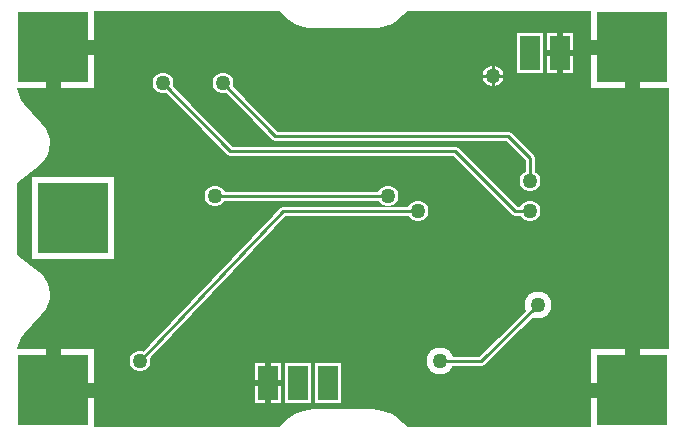
<source format=gbr>
%FSTAX24Y24*%
%MOIN*%
%IN MakeAway.osm LAYER2.GBR *%
%ADD10C,0.0100*%
%ADD11C,0.0200*%
%ADD12C,0.0300*%
%ADD13C,0.0500*%
%ADD14C,0.0700*%
%ADD15C,0.0900*%
%ADD16R,0.0709X0.1181*%
%ADD17R,0.0909X0.1381*%
%ADD18R,0.2362X0.2362*%
%ADD19R,0.2762X0.2762*%
G54D10*G01X018035Y070624D02*Y073D01*X018052Y07318*X018101Y073355*
X01818Y073518*X018288Y073664*X018888Y074339*X018997Y074487*
X019077Y074652*X019125Y074829*X019141Y075012*X019122Y075195*
X019071Y075371*X018988Y075535*X018877Y075681*X018741Y075804*
X018035Y076333*Y078695*X018741Y079224*X018877Y079347*X018988Y079493*
X019071Y079657*X019122Y079833*X019141Y080015*X019125Y080198*
X019077Y080375*X018997Y080541*X018888Y080688*X018288Y081363*
X01818Y081509*X018101Y081672*X018052Y081847*X018035Y082028*Y084404*
X026697*X026848Y084252*X027027Y084099*X027228Y083976*X027445Y083886*
X027674Y083831*X027909Y083813*X029816*X03005Y083831*X030279Y083886*
X030497Y083976*X030697Y084099*X030876Y084252*X031028Y084404*X039689*
Y070624*X031028*X030876Y070775*X030697Y070928*X030497Y071051*
X030279Y071141*X03005Y071196*X029816Y071215*X027909*X027674Y071196*
X027445Y071141*X027228Y071051*X027027Y070928*X026848Y070775*
X026697Y070624*X018035*G36*G01Y073D01*X018052Y07318*X018101Y073355*
X01818Y073518*X018288Y073664*X018888Y074339*X018997Y074487*
X019077Y074652*X019125Y074829*X019141Y075012*X019122Y075195*
X019071Y075371*X018988Y075535*X018877Y075681*X018741Y075804*
X018035Y076333*Y078695*X018741Y079224*X018877Y079347*X018988Y079493*
X019071Y079657*X019122Y079833*X019141Y080015*X019125Y080198*
X019077Y080375*X018997Y080541*X018888Y080688*X018288Y081363*
X01818Y081509*X018101Y081672*X018052Y081847*X018035Y082028*Y084404*
X026697*X026848Y084252*X027027Y084099*X027228Y083976*X027445Y083886*
X027674Y083831*X027909Y083813*X029816*X03005Y083831*X030279Y083886*
X030497Y083976*X030697Y084099*X030876Y084252*X031028Y084404*X039689*
Y070624*X031028*X030876Y070775*X030697Y070928*X030497Y071051*
X030279Y071141*X03005Y071196*X029816Y071215*X027909*X027674Y071196*
X027445Y071141*X027228Y071051*X027027Y070928*X026848Y070775*
X026697Y070624*X018035*G37*
%LPC*%
G54D19*X019217Y083222D03*G54D13*G01Y082041D02*Y081841D01*
X020398Y083222D02*X020598D01*G54D19*X038508D03*G54D13*G01X037327D02*
X037127D01*X038508Y082041D02*Y081841D01*G54D19*Y071805D03*G54D13*
G01Y072986D02*Y073186D01*X037327Y071805D02*X037127D01*G54D19*
X019217D03*G54D13*G01Y072986D02*Y073186D01*X020398Y071805D02*
X020598D01*G54D19*X01986Y077514D03*G54D17*X03611Y083014D03*G54D11*
G01Y083604D02*Y083704D01*X035756Y083014D02*X035656D01*X03611Y082423D02*
Y082323D01*X036465Y083014D02*X036565D01*G54D17*X03511D03*
X02836Y072014D03*X02736D03*X02636D03*G54D11*G01Y072604D02*Y072704D01*
X026006Y072014D02*X025906D01*X02636Y071423D02*Y071323D01*
X026715Y072014D02*X026815D01*G54D14*X02286Y082014D03*X03511Y077764D03*
Y078764D03*X02486Y082014D03*X03136Y077764D03*X02211Y072764D03*
X02461Y078264D03*X03036D03*X03386Y082264D03*G54D10*G01Y082514D02*
Y082614D01*X03361Y082264D02*X03351D01*X03386Y082014D02*Y081914D01*
X03411Y082264D02*X03421D01*G54D15*X03536Y074639D03*X03211Y072764D03*
G54D12*G01X02286Y082014D02*X02511Y079764D01*X03261*X03461Y077764*
X03511*Y078764D02*Y079514D01*X03436Y080264*X02661*X02486Y082014*
X03136Y077764D02*X02686D01*X02211Y072764*X02461Y078264D02*X03036D01*
X03536Y074639D02*X033485Y072764D01*X03211*
%LPD*%
G54D18*X019217Y083222D03*G54D13*G01Y082041D02*Y081841D01*
X020398Y083222D02*X020598D01*G54D18*X038508D03*G54D13*G01X037327D02*
X037127D01*X038508Y082041D02*Y081841D01*G54D18*Y071805D03*G54D13*
G01Y072986D02*Y073186D01*X037327Y071805D02*X037127D01*G54D18*
X019217D03*G54D13*G01Y072986D02*Y073186D01*X020398Y071805D02*
X020598D01*G54D18*X01986Y077514D03*G54D16*X03611Y083014D03*G54D11*
G01Y083604D02*Y083704D01*X035756Y083014D02*X035656D01*X03611Y082423D02*
Y082323D01*X036465Y083014D02*X036565D01*G54D16*X03511D03*
X02836Y072014D03*X02736D03*X02636D03*G54D11*G01Y072604D02*Y072704D01*
X026006Y072014D02*X025906D01*X02636Y071423D02*Y071323D01*
X026715Y072014D02*X026815D01*G54D13*X02286Y082014D03*X03511Y077764D03*
Y078764D03*X02486Y082014D03*X03136Y077764D03*X02211Y072764D03*
X02461Y078264D03*X03036D03*X03386Y082264D03*G54D10*G01Y082514D02*
Y082614D01*X03361Y082264D02*X03351D01*X03386Y082014D02*Y081914D01*
X03411Y082264D02*X03421D01*G54D13*X03536Y074639D03*X03211Y072764D03*
G54D10*G01X02286Y082014D02*X02511Y079764D01*X03261*X03461Y077764*
X03511*Y078764D02*Y079514D01*X03436Y080264*X02661*X02486Y082014*
X03136Y077764D02*X02686D01*X02211Y072764*X02461Y078264D02*X03036D01*
X03536Y074639D02*X033485Y072764D01*X03211*
M02*
</source>
